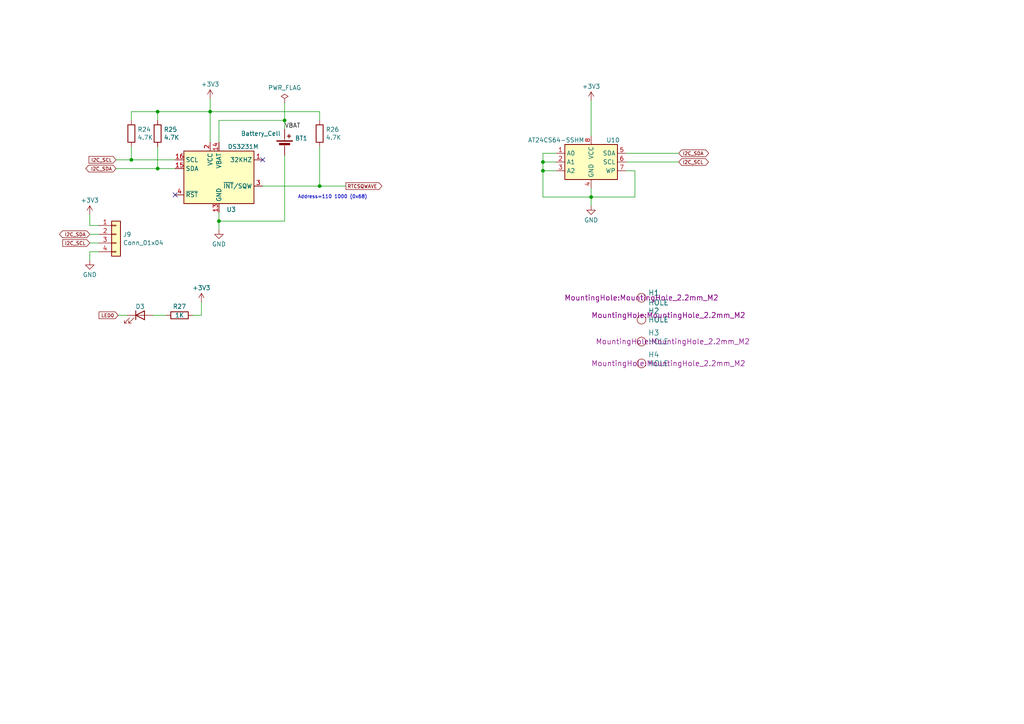
<source format=kicad_sch>
(kicad_sch (version 20250114) (generator "eeschema") (generator_version "9.0")
  (paper "A4")
  (lib_symbols
    (symbol "Aslak:HOLE" (pin_names (offset 1.016))
      (property "Reference" "H" (at 0 2.54 0))
      (property "Value" "HOLE" (at 0 -2.54 0))
      (symbol "HOLE_0_1"
        (circle (center 0 0) (radius 1.27))
      )
    )
    (symbol "Connector_Generic:Conn_01x04" (pin_names (offset 1.016) (hide yes))
      (property "Reference" "J" (at 0 5.08 0))
      (property "Value" "Conn_01x04" (at 0 -7.62 0))
      (symbol "Conn_01x04_1_1"
        (rectangle (start -1.27 3.81) (end 1.27 -6.35) (stroke (width 0.254)) (fill (type background)))
        (rectangle (start -1.27 2.667) (end 0 2.413) (stroke (width 0.1524)))
        (rectangle (start -1.27 0.127) (end 0 -0.127) (stroke (width 0.1524)))
        (rectangle (start -1.27 -2.413) (end 0 -2.667) (stroke (width 0.1524)))
        (rectangle (start -1.27 -4.953) (end 0 -5.207) (stroke (width 0.1524)))
        (pin passive line (at -5.08 2.54 0) (length 3.81) (name "Pin_1") (number "1"))
        (pin passive line (at -5.08 0 0) (length 3.81) (name "Pin_2") (number "2"))
        (pin passive line (at -5.08 -2.54 0) (length 3.81) (name "Pin_3") (number "3"))
        (pin passive line (at -5.08 -5.08 0) (length 3.81) (name "Pin_4") (number "4"))
      )
    )
    (symbol "Device:Battery_Cell" (pin_numbers (hide yes)) (pin_names (offset 0) (hide yes))
      (property "Reference" "BT" (at 2.54 2.54 0))
      (property "Value" "Battery_Cell" (at 2.54 0 0))
      (symbol "Battery_Cell_0_1"
        (rectangle (start -2.286 1.778) (end 2.286 1.524) (fill (type outline)))
        (rectangle (start -1.524 1.016) (end 1.524 0.508) (fill (type outline)))
        (polyline (pts (xy 0 1.778) (xy 0 2.54)))
        (polyline (pts (xy 0 0.762) (xy 0 0)))
        (polyline (pts (xy 0.762 3.048) (xy 1.778 3.048)) (stroke (width 0.254)))
        (polyline (pts (xy 1.27 3.556) (xy 1.27 2.54)) (stroke (width 0.254)))
      )
      (symbol "Battery_Cell_1_1"
        (pin passive line (at 0 5.08 270) (length 2.54) (name "+") (number "1"))
        (pin passive line (at 0 -2.54 90) (length 2.54) (name "-") (number "2"))
      )
    )
    (symbol "Device:LED" (pin_numbers (hide yes)) (pin_names (offset 1.016) (hide yes))
      (property "Reference" "D" (at 0 2.54 0))
      (property "Value" "LED" (at 0 -2.54 0))
      (symbol "LED_0_1"
        (polyline (pts (xy -3.048 -0.762) (xy -4.572 -2.286) (xy -3.81 -2.286) (xy -4.572 -2.286) (xy -4.572 -1.524)))
        (polyline (pts (xy -1.778 -0.762) (xy -3.302 -2.286) (xy -2.54 -2.286) (xy -3.302 -2.286) (xy -3.302 -1.524)))
        (polyline (pts (xy -1.27 0) (xy 1.27 0)))
        (polyline (pts (xy -1.27 -1.27) (xy -1.27 1.27)) (stroke (width 0.254)))
        (polyline (pts (xy 1.27 -1.27) (xy 1.27 1.27) (xy -1.27 0) (xy 1.27 -1.27)) (stroke (width 0.254)))
      )
      (symbol "LED_1_1"
        (pin passive line (at -3.81 0 0) (length 2.54) (name "K") (number "1"))
        (pin passive line (at 3.81 0 180) (length 2.54) (name "A") (number "2"))
      )
    )
    (symbol "Device:R" (pin_numbers (hide yes)) (pin_names (offset 0))
      (property "Reference" "R" (at 2.032 0 90))
      (property "Value" "R" (at 0 0 90))
      (symbol "R_0_1"
        (rectangle (start -1.016 -2.54) (end 1.016 2.54) (stroke (width 0.254)))
      )
      (symbol "R_1_1"
        (pin passive line (at 0 3.81 270) (length 1.27) (name "~") (number "1"))
        (pin passive line (at 0 -3.81 90) (length 1.27) (name "~") (number "2"))
      )
    )
    (symbol "Memory_EEPROM:AT24CS64-SSHM"
      (property "Reference" "U" (at -7.62 6.35 0))
      (property "Value" "AT24CS64-SSHM" (at 2.54 -6.35 0))
      (symbol "AT24CS64-SSHM_1_1"
        (rectangle (start -7.62 5.08) (end 7.62 -5.08) (stroke (width 0.254)) (fill (type background)))
        (pin input line (at -10.16 2.54 0) (length 2.54) (name "A0") (number "1"))
        (pin input line (at -10.16 0 0) (length 2.54) (name "A1") (number "2"))
        (pin input line (at -10.16 -2.54 0) (length 2.54) (name "A2") (number "3"))
        (pin power_in line (at 0 7.62 270) (length 2.54) (name "VCC") (number "8"))
        (pin power_in line (at 0 -7.62 90) (length 2.54) (name "GND") (number "4"))
        (pin bidirectional line (at 10.16 2.54 180) (length 2.54) (name "SDA") (number "5"))
        (pin input line (at 10.16 0 180) (length 2.54) (name "SCL") (number "6"))
        (pin input line (at 10.16 -2.54 180) (length 2.54) (name "WP") (number "7"))
      )
    )
    (symbol "Timer_RTC:DS3231M"
      (property "Reference" "U" (at -7.62 8.89 0))
      (property "Value" "DS3231M" (at 10.16 8.89 0))
      (symbol "DS3231M_0_1"
        (rectangle (start -10.16 7.62) (end 10.16 -7.62) (stroke (width 0.254)) (fill (type background)))
      )
      (symbol "DS3231M_1_1"
        (pin input line (at -12.7 5.08 0) (length 2.54) (name "SCL") (number "16"))
        (pin bidirectional line (at -12.7 2.54 0) (length 2.54) (name "SDA") (number "15"))
        (pin bidirectional line (at -12.7 -5.08 0) (length 2.54) (name "~{RST}") (number "4"))
        (pin power_in line (at -2.54 10.16 270) (length 2.54) (name "VCC") (number "2"))
        (pin power_in line (at 0 10.16 270) (length 2.54) (name "VBAT") (number "14"))
        (pin passive line (at 0 -10.16 90) (length 2.54) (hide yes) (name "GND") (number "10"))
        (pin passive line (at 0 -10.16 90) (length 2.54) (hide yes) (name "GND") (number "11"))
        (pin passive line (at 0 -10.16 90) (length 2.54) (hide yes) (name "GND") (number "12"))
        (pin power_in line (at 0 -10.16 90) (length 2.54) (name "GND") (number "13"))
        (pin passive line (at 0 -10.16 90) (length 2.54) (hide yes) (name "GND") (number "5"))
        (pin passive line (at 0 -10.16 90) (length 2.54) (hide yes) (name "GND") (number "6"))
        (pin passive line (at 0 -10.16 90) (length 2.54) (hide yes) (name "GND") (number "7"))
        (pin passive line (at 0 -10.16 90) (length 2.54) (hide yes) (name "GND") (number "8"))
        (pin passive line (at 0 -10.16 90) (length 2.54) (hide yes) (name "GND") (number "9"))
        (pin open_collector line (at 12.7 5.08 180) (length 2.54) (name "32KHZ") (number "1"))
        (pin open_collector line (at 12.7 -2.54 180) (length 2.54) (name "~{INT}/SQW") (number "3"))
      )
    )
    (symbol "power:+3V3" (power) (pin_names (offset 0))
      (property "Value" "+3V3" (at 0 3.556 0))
      (symbol "+3V3_0_1"
        (polyline (pts (xy -0.762 1.27) (xy 0 2.54)))
        (polyline (pts (xy 0 2.54) (xy 0.762 1.27)))
        (polyline (pts (xy 0 0) (xy 0 2.54)))
      )
      (symbol "+3V3_1_1"
        (pin power_in line (at 0 0 90) (length 0) (hide yes) (name "+3V3") (number "1"))
      )
    )
    (symbol "power:GND" (power) (pin_names (offset 0))
      (property "Value" "GND" (at 0 -3.81 0))
      (symbol "GND_0_1"
        (polyline (pts (xy 0 0) (xy 0 -1.27) (xy 1.27 -1.27) (xy 0 -2.54) (xy -1.27 -1.27) (xy 0 -1.27)))
      )
      (symbol "GND_1_1"
        (pin power_in line (at 0 0 270) (length 0) (hide yes) (name "GND") (number "1"))
      )
    )
    (symbol "power:PWR_FLAG" (power) (pin_numbers (hide yes)) (pin_names (offset 0) (hide yes))
      (property "Value" "PWR_FLAG" (at 0 3.81 0))
      (symbol "PWR_FLAG_0_0"
        (pin power_out line (at 0 0 90) (length 0) (name "pwr") (number "1"))
      )
      (symbol "PWR_FLAG_0_1"
        (polyline (pts (xy 0 0) (xy 0 1.27) (xy -1.016 1.905) (xy 0 2.54) (xy 1.016 1.905) (xy 0 1.27)))
      )
    )
  )
  (text "Address=110 1000 (0x68)" (at 86.36 57.785 0) (effects (font (size 0.9906 0.9906)) (justify left bottom)))
  (junction (at 63.5 64.135))
  (junction (at 171.45 57.15))
  (junction (at 45.72 32.385))
  (junction (at 38.1 46.355))
  (junction (at 60.96 32.385))
  (junction (at 82.55 34.925))
  (junction (at 92.71 53.975))
  (junction (at 45.72 48.895))
  (junction (at 157.48 49.53))
  (junction (at 157.48 46.99))
  (no_connect (at 50.8 56.515))
  (no_connect (at 76.2 46.355))
  (wire (pts (xy 82.55 29.845) (xy 82.55 34.925)))
  (wire (pts (xy 171.45 57.15) (xy 171.45 54.61)))
  (wire (pts (xy 184.15 49.53) (xy 184.15 57.15)))
  (wire (pts (xy 28.575 65.405) (xy 26.035 65.405)))
  (wire (pts (xy 157.48 44.45) (xy 157.48 46.99)))
  (wire (pts (xy 60.96 41.275) (xy 60.96 32.385)))
  (wire (pts (xy 26.035 73.025) (xy 26.035 75.565)))
  (wire (pts (xy 38.1 34.925) (xy 38.1 32.385)))
  (wire (pts (xy 60.96 28.575) (xy 60.96 32.385)))
  (wire (pts (xy 82.55 64.135) (xy 82.55 45.085)))
  (wire (pts (xy 157.48 49.53) (xy 157.48 57.15)))
  (wire (pts (xy 161.29 49.53) (xy 157.48 49.53)))
  (wire (pts (xy 45.72 32.385) (xy 45.72 34.925)))
  (wire (pts (xy 63.5 64.135) (xy 63.5 66.675)))
  (wire (pts (xy 157.48 57.15) (xy 171.45 57.15)))
  (wire (pts (xy 44.45 91.44) (xy 48.26 91.44)))
  (wire (pts (xy 45.72 32.385) (xy 60.96 32.385)))
  (wire (pts (xy 181.61 44.45) (xy 196.85 44.45)))
  (wire (pts (xy 92.71 42.545) (xy 92.71 53.975)))
  (wire (pts (xy 171.45 57.15) (xy 171.45 59.69)))
  (wire (pts (xy 184.15 57.15) (xy 171.45 57.15)))
  (wire (pts (xy 38.1 46.355) (xy 50.8 46.355)))
  (wire (pts (xy 38.1 32.385) (xy 45.72 32.385)))
  (wire (pts (xy 92.71 53.975) (xy 100.33 53.975)))
  (wire (pts (xy 181.61 46.99) (xy 196.85 46.99)))
  (wire (pts (xy 171.45 29.21) (xy 171.45 39.37)))
  (wire (pts (xy 161.29 44.45) (xy 157.48 44.45)))
  (wire (pts (xy 45.72 48.895) (xy 33.655 48.895)))
  (wire (pts (xy 55.88 91.44) (xy 58.42 91.44)))
  (wire (pts (xy 63.5 41.275) (xy 63.5 34.925)))
  (wire (pts (xy 181.61 49.53) (xy 184.15 49.53)))
  (wire (pts (xy 63.5 61.595) (xy 63.5 64.135)))
  (wire (pts (xy 50.8 48.895) (xy 45.72 48.895)))
  (wire (pts (xy 26.035 62.23) (xy 26.035 65.405)))
  (wire (pts (xy 161.29 46.99) (xy 157.48 46.99)))
  (wire (pts (xy 63.5 64.135) (xy 82.55 64.135)))
  (wire (pts (xy 45.72 42.545) (xy 45.72 48.895)))
  (wire (pts (xy 157.48 46.99) (xy 157.48 49.53)))
  (wire (pts (xy 82.55 34.925) (xy 82.55 37.465)))
  (wire (pts (xy 76.2 53.975) (xy 92.71 53.975)))
  (wire (pts (xy 92.71 32.385) (xy 92.71 34.925)))
  (wire (pts (xy 60.96 32.385) (xy 92.71 32.385)))
  (wire (pts (xy 34.29 91.44) (xy 36.83 91.44)))
  (wire (pts (xy 28.575 73.025) (xy 26.035 73.025)))
  (wire (pts (xy 26.035 70.485) (xy 28.575 70.485)))
  (wire (pts (xy 58.42 87.63) (xy 58.42 91.44)))
  (wire (pts (xy 26.035 67.945) (xy 28.575 67.945)))
  (wire (pts (xy 33.655 46.355) (xy 38.1 46.355)))
  (wire (pts (xy 63.5 34.925) (xy 82.55 34.925)))
  (wire (pts (xy 38.1 42.545) (xy 38.1 46.355)))
  (label "VBAT" (at 82.55 37.465 0))
  (global_label "I2C_SDA" (shape bidirectional) (at 196.85 44.45 0) (effects (font (size 0.9906 0.9906))) (property "Intersheetrefs" "${INTERSHEET_REFS}" (effects (hide yes))))
  (global_label "LED0" (shape input) (at 34.29 91.44 180) (effects (font (size 1 1))) (property "Intersheetrefs" "${INTERSHEET_REFS}" (effects (hide yes))))
  (global_label "RTCSQWAVE" (shape output) (at 100.33 53.975 0) (effects (font (size 1 1))) (property "Intersheetrefs" "${INTERSHEET_REFS}" (effects (hide yes))))
  (global_label "I2C_SDA" (shape bidirectional) (at 26.035 67.945 180) (effects (font (size 1 1))) (property "Intersheetrefs" "${INTERSHEET_REFS}" (effects (hide yes))))
  (global_label "I2C_SCL" (shape bidirectional) (at 196.85 46.99 0) (effects (font (size 0.9906 0.9906))) (property "Intersheetrefs" "${INTERSHEET_REFS}" (effects (hide yes))))
  (global_label "I2C_SDA" (shape bidirectional) (at 33.655 48.895 180) (effects (font (size 1 1))) (property "Intersheetrefs" "${INTERSHEET_REFS}" (effects (hide yes))))
  (global_label "I2C_SCL" (shape input) (at 26.035 70.485 180) (effects (font (size 1 1))) (property "Intersheetrefs" "${INTERSHEET_REFS}" (effects (hide yes))))
  (global_label "I2C_SCL" (shape input) (at 33.655 46.355 180) (effects (font (size 1 1))) (property "Intersheetrefs" "${INTERSHEET_REFS}" (effects (hide yes))))
  (symbol (lib_id "Timer_RTC:DS3231M") (at 63.5 51.435 0) (unit 1)
    (property "Reference" "U3" (at 65.6941 60.7751 0) (effects (justify left)))
    (property "Value" "DS3231M" (at 66.04 42.545 0) (effects (justify left)))
    (property "Footprint" "Package_SO:SOIC-16W_7.5x10.3mm_P1.27mm" (effects (hide yes)))
    (property "Datasheet" "http://datasheets.maximintegrated.com/en/ds/DS3231.pdf" (effects (hide yes)))
    (instances (project "ICE40UPDevBoard" (path "" (reference "U3") (unit 1))) (project "MDFPGA" (path "" (reference "U1") (unit 1))))
  )
  (symbol (lib_id "Aslak:HOLE") (at 186.055 99.06 0) (unit 1)
    (property "Reference" "H3" (at 187.96 96.5199 0) (effects (font (size 1.524 1.524)) (justify left)))
    (property "Value" "HOLE" (at 187.96 99.0599 0) (effects (font (size 1.524 1.524)) (justify left)))
    (property "Footprint" "MountingHole:MountingHole_2.2mm_M2" (at 172.72 99.06 0) (effects (font (size 1.524 1.524)) (justify left)))
  )
  (symbol (lib_id "Aslak:HOLE") (at 186.055 86.36 0) (unit 1)
    (property "Reference" "H1" (at 187.96 84.9436 0) (effects (font (size 1.524 1.524)) (justify left)))
    (property "Value" "HOLE" (at 187.96 87.7764 0) (effects (font (size 1.524 1.524)) (justify left)))
    (property "Footprint" "MountingHole:MountingHole_2.2mm_M2" (at 186.055 86.36 0) (effects (font (size 1.524 1.524))))
  )
  (symbol (lib_id "Device:LED") (at 40.64 91.44 0) (unit 1)
    (property "Reference" "D3" (at 40.64 88.9 0))
    (property "Value" "CDONE_LED" (effects (hide yes)))
    (property "Footprint" "LED_SMD:LED_1210_3225Metric" (effects (hide yes)))
    (instances (project "ICE40UPDevBoard" (path "" (reference "D3") (unit 1))) (project "MAXI030" (path "" (reference "D3") (unit 1))) (project "MDFPGA" (path "" (reference "D1") (unit 1)) (path "" (reference "D3") (unit 1))))
  )
  (symbol (lib_id "power:+3V3") (at 60.96 28.575 0) (unit 1)
    (property "Reference" "#PWR046" (effects (hide yes)))
    (property "Value" "+3V3" (at 60.96 24.4419 0))
    (instances (project "ICE40UPDevBoard" (path "" (reference "#PWR046") (unit 1))) (project "MDFPGA" (path "" (reference "#PWR01") (unit 1))))
  )
  (symbol (lib_id "power:GND") (at 171.45 59.69 0) (unit 1)
    (property "Reference" "#PWR051" (effects (hide yes)))
    (property "Value" "GND" (at 171.45 63.8231 0))
    (instances (project "ESP01LEDDriver" (path "" (reference "#PWR03") (unit 1))) (project "ICE40UPDevBoard" (path "" (reference "#PWR051") (unit 1))) (project "MDFPGA" (path "" (reference "#PWR08") (unit 1))))
  )
  (symbol (lib_id "power:GND") (at 26.035 75.565 0) (unit 1)
    (property "Reference" "#PWR055" (effects (hide yes)))
    (property "Value" "GND" (at 26.035 79.6981 0))
    (instances (project "ICE40UPDevBoard" (path "" (reference "#PWR055") (unit 1))) (project "MDFPGA" (path "" (reference "#PWR02") (unit 1))))
  )
  (symbol (lib_id "Device:Battery_Cell") (at 82.55 42.545 0) (unit 1)
    (property "Reference" "BT1" (at 85.5472 40.1066 0) (effects (justify left)))
    (property "Value" "Battery_Cell" (at 69.85 38.735 0) (effects (justify left)))
    (property "Footprint" "Battery:BatteryHolder_Keystone_3000_1x12mm" (effects (hide yes)))
  )
  (symbol (lib_id "Device:R") (at 38.1 38.735 0) (unit 1)
    (property "Reference" "R24" (at 39.878 37.5666 0) (effects (justify left)))
    (property "Value" "4.7K" (at 39.878 39.878 0) (effects (justify left)))
    (property "Footprint" "Resistor_SMD:R_0805_2012Metric" (effects (hide yes)))
    (instances (project "ICE40UPDevBoard" (path "" (reference "R24") (unit 1))) (project "MAXI030" (path "" (reference "R9") (unit 1))) (project "MDFPGA" (path "" (reference "R1") (unit 1))))
  )
  (symbol (lib_id "Aslak:HOLE") (at 186.055 105.41 0) (unit 1)
    (property "Reference" "H4" (at 187.96 102.8699 0) (effects (font (size 1.524 1.524)) (justify left)))
    (property "Value" "HOLE" (at 187.96 105.4099 0) (effects (font (size 1.524 1.524)) (justify left)))
    (property "Footprint" "MountingHole:MountingHole_2.2mm_M2" (at 171.45 105.41 0) (effects (font (size 1.524 1.524)) (justify left)))
  )
  (symbol (lib_id "Device:R") (at 92.71 38.735 0) (unit 1)
    (property "Reference" "R26" (at 94.488 37.5666 0) (effects (justify left)))
    (property "Value" "4.7K" (at 94.488 39.878 0) (effects (justify left)))
    (property "Footprint" "Resistor_SMD:R_0805_2012Metric" (effects (hide yes)))
    (instances (project "ICE40UPDevBoard" (path "" (reference "R26") (unit 1))) (project "MAXI030" (path "" (reference "R11") (unit 1))) (project "MDFPGA" (path "" (reference "R3") (unit 1))))
  )
  (symbol (lib_id "Connector_Generic:Conn_01x04") (at 33.655 67.945 0) (unit 1)
    (property "Reference" "J9" (at 35.687 68.0029 0) (effects (justify left)))
    (property "Value" "Conn_01x04" (at 35.687 70.4271 0) (effects (justify left)))
    (property "Footprint" "Connector_PinHeader_2.54mm:PinHeader_1x04_P2.54mm_Vertical" (effects (hide yes)))
  )
  (symbol (lib_id "power:+3V3") (at 171.45 29.21 0) (unit 1)
    (property "Reference" "#PWR050" (effects (hide yes)))
    (property "Value" "+3V3" (at 171.45 25.0769 0))
    (instances (project "ICE40UPDevBoard" (path "" (reference "#PWR050") (unit 1))) (project "MDFPGA" (path "" (reference "#PWR01") (unit 1))))
  )
  (symbol (lib_id "Memory_EEPROM:AT24CS64-SSHM") (at 171.45 46.99 0) (unit 1)
    (property "Reference" "U7" (at 177.8 40.64 0))
    (property "Value" "AT24CS64-SSHM" (at 161.29 40.64 0))
    (property "Footprint" "Package_SO:SOIC-8_3.9x4.9mm_P1.27mm" (effects (hide yes)))
    (property "Datasheet" "http://ww1.microchip.com/downloads/en/DeviceDoc/Atmel-8870-SEEPROM-AT24CS64-Datasheet.pdf" (effects (hide yes)))
    (instances (project "Video+Sound" (path "" (reference "U10") (unit 1))) (project "ICE40UPDevBoard" (path "" (reference "U7") (unit 1))))
  )
  (symbol (lib_id "Aslak:HOLE") (at 186.055 92.71 0) (unit 1)
    (property "Reference" "H2" (at 187.96 90.1699 0) (effects (font (size 1.524 1.524)) (justify left)))
    (property "Value" "HOLE" (at 187.96 92.7099 0) (effects (font (size 1.524 1.524)) (justify left)))
    (property "Footprint" "MountingHole:MountingHole_2.2mm_M2" (at 171.45 91.44 0) (effects (font (size 1.524 1.524)) (justify left)))
  )
  (symbol (lib_id "power:+3V3") (at 58.42 87.63 0) (unit 1)
    (property "Reference" "#PWR052" (effects (hide yes)))
    (property "Value" "+3V3" (at 58.42 83.4969 0))
    (instances (project "ICE40UPDevBoard" (path "" (reference "#PWR052") (unit 1))) (project "MDFPGA" (path "" (reference "#PWR01") (unit 1))))
  )
  (symbol (lib_id "Device:R") (at 52.07 91.44 90) (unit 1)
    (property "Reference" "R27" (at 52.07 88.9 90))
    (property "Value" "1K" (at 52.07 91.44 90))
    (property "Footprint" "Resistor_SMD:R_0805_2012Metric" (effects (hide yes)))
    (instances (project "ICE40UPDevBoard" (path "" (reference "R27") (unit 1))) (project "MAXI030" (path "" (reference "R12") (unit 1))) (project "MDFPGA" (path "" (reference "R4") (unit 1)) (path "" (reference "R13") (unit 1))))
  )
  (symbol (lib_id "power:+3V3") (at 26.035 62.23 0) (unit 1)
    (property "Reference" "#PWR056" (effects (hide yes)))
    (property "Value" "+3V3" (at 26.035 58.0969 0))
    (instances (project "ICE40UPDevBoard" (path "" (reference "#PWR056") (unit 1))) (project "MDFPGA" (path "" (reference "#PWR01") (unit 1))))
  )
  (symbol (lib_id "power:GND") (at 63.5 66.675 0) (unit 1)
    (property "Reference" "#PWR047" (effects (hide yes)))
    (property "Value" "GND" (at 63.5 70.8081 0))
    (instances (project "ICE40UPDevBoard" (path "" (reference "#PWR047") (unit 1))) (project "MDFPGA" (path "" (reference "#PWR02") (unit 1))))
  )
  (symbol (lib_id "Device:R") (at 45.72 38.735 0) (unit 1)
    (property "Reference" "R25" (at 47.498 37.5666 0) (effects (justify left)))
    (property "Value" "4.7K" (at 47.498 39.878 0) (effects (justify left)))
    (property "Footprint" "Resistor_SMD:R_0805_2012Metric" (effects (hide yes)))
    (instances (project "ICE40UPDevBoard" (path "" (reference "R25") (unit 1))) (project "MAXI030" (path "" (reference "R10") (unit 1))) (project "MDFPGA" (path "" (reference "R2") (unit 1))))
  )
  (symbol (lib_id "power:PWR_FLAG") (at 82.55 29.845 0) (unit 1)
    (property "Reference" "#FLG05" (effects (hide yes)))
    (property "Value" "PWR_FLAG" (at 82.55 25.4508 0))
    (instances (project "ICE40UPDevBoard" (path "" (reference "#FLG05") (unit 1))) (project "MAXI030" (path "" (reference "#FLG02") (unit 1))) (project "MDFPGA" (path "" (reference "#FLG01") (unit 1))))
  )
)
</source>
